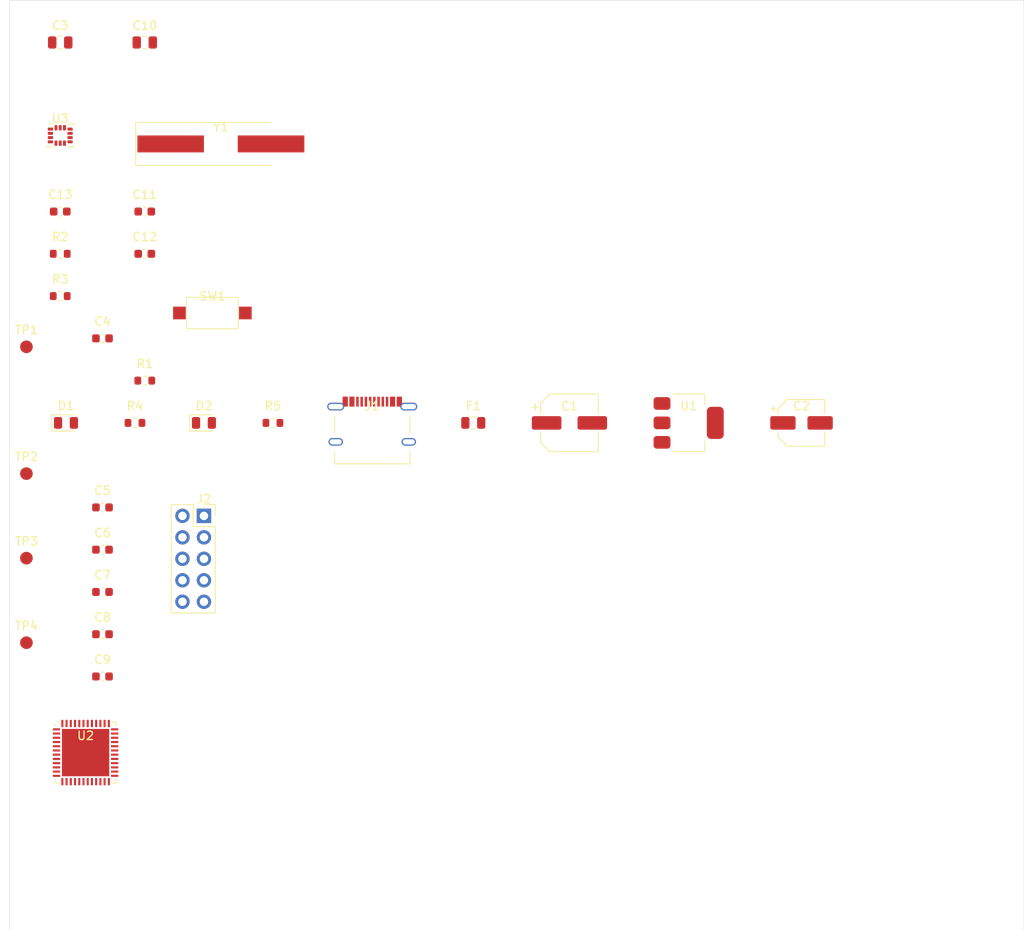
<source format=kicad_pcb>
(kicad_pcb (version 20241229) (generator "pcbnew") (generator_version "9.0")
  (layers (0 "F.Cu" signal) (2 "B.Cu" signal) (13 "F.Paste" user) (15 "B.Paste" user) (5 "F.SilkS" user "F.Silkscreen") (7 "B.SilkS" user "B.Silkscreen") (1 "F.Mask" user) (3 "B.Mask" user) (25 "Edge.Cuts" user))
  (net 0 "")
  (footprint "LED_SMD:LED_0805_2012Metric" (layer "F.Cu") (at 6.68 50.0)
    (property "Reference" "D1" (at 0 -2 0) (layer "F.SilkS") (effects (font (size 1.0 1.0))))
    (property "Value" "PWR_LED_GREEN")
    (fp_line (start -1.685 -0.96) (end -1.685 0.96) (stroke (width 0.12)) (layer "F.SilkS"))
    (fp_line (start -1.685 0.96) (end 1.0 0.96) (stroke (width 0.12)) (layer "F.SilkS"))
    (fp_line (start 1.0 -0.96) (end -1.685 -0.96) (stroke (width 0.12)) (layer "F.SilkS"))
    (pad "1" smd roundrect (at -0.9375 0.0) (size 0.975 1.4) (layers "F.Cu" "F.Mask" "F.Paste"))
    (pad "2" smd roundrect (at 0.9375 0.0) (size 0.975 1.4) (layers "F.Cu" "F.Mask" "F.Paste"))
  )
  (footprint "Resistor_SMD:R_0603_1608Metric" (layer "F.Cu") (at 14.839999999999996 50.0)
    (property "Reference" "R4" (at 0 -2 0) (layer "F.SilkS") (effects (font (size 1.0 1.0))))
    (property "Value" "1k")
    (fp_line (start -0.237258 -0.5225) (end 0.237258 -0.5225) (stroke (width 0.12)) (layer "F.SilkS"))
    (fp_line (start -0.237258 0.5225) (end 0.237258 0.5225) (stroke (width 0.12)) (layer "F.SilkS"))
    (pad "1" smd roundrect (at -0.825 0.0) (size 0.8 0.95) (layers "F.Cu" "F.Mask" "F.Paste"))
    (pad "2" smd roundrect (at 0.825 0.0) (size 0.8 0.95) (layers "F.Cu" "F.Mask" "F.Paste"))
  )
  (footprint "LED_SMD:LED_0805_2012Metric" (layer "F.Cu") (at 22.999999999999993 50.0)
    (property "Reference" "D2" (at 0 -2 0) (layer "F.SilkS") (effects (font (size 1.0 1.0))))
    (property "Value" "USER_LED_BLUE")
    (fp_line (start -1.685 -0.96) (end -1.685 0.96) (stroke (width 0.12)) (layer "F.SilkS"))
    (fp_line (start -1.685 0.96) (end 1.0 0.96) (stroke (width 0.12)) (layer "F.SilkS"))
    (fp_line (start 1.0 -0.96) (end -1.685 -0.96) (stroke (width 0.12)) (layer "F.SilkS"))
    (pad "1" smd roundrect (at -0.9375 0.0) (size 0.975 1.4) (layers "F.Cu" "F.Mask" "F.Paste"))
    (pad "2" smd roundrect (at 0.9375 0.0) (size 0.975 1.4) (layers "F.Cu" "F.Mask" "F.Paste"))
  )
  (footprint "Resistor_SMD:R_0603_1608Metric" (layer "F.Cu") (at 31.15999999999999 50.0)
    (property "Reference" "R5" (at 0 -2 0) (layer "F.SilkS") (effects (font (size 1.0 1.0))))
    (property "Value" "330")
    (fp_line (start -0.237258 -0.5225) (end 0.237258 -0.5225) (stroke (width 0.12)) (layer "F.SilkS"))
    (fp_line (start -0.237258 0.5225) (end 0.237258 0.5225) (stroke (width 0.12)) (layer "F.SilkS"))
    (pad "1" smd roundrect (at -0.825 0.0) (size 0.8 0.95) (layers "F.Cu" "F.Mask" "F.Paste"))
    (pad "2" smd roundrect (at 0.825 0.0) (size 0.8 0.95) (layers "F.Cu" "F.Mask" "F.Paste"))
  )
  (footprint "Connector_USB:USB_C_Receptacle_Palconn_UTC16-G" (layer "F.Cu") (at 42.90999999999998 50.0)
    (property "Reference" "J1" (at 0 -2 0) (layer "F.SilkS") (effects (font (size 1.0 1.0))))
    (property "Value" "USB-C")
    (fp_line (start -4.47 -0.67) (end -4.47 1.13) (stroke (width 0.12)) (layer "F.SilkS"))
    (fp_line (start -4.47 4.84) (end -4.47 3.38) (stroke (width 0.12)) (layer "F.SilkS"))
    (fp_line (start 4.47 -0.67) (end 4.47 1.13) (stroke (width 0.12)) (layer "F.SilkS"))
    (fp_line (start 4.47 4.84) (end -4.47 4.84) (stroke (width 0.12)) (layer "F.SilkS"))
    (fp_line (start 4.47 4.84) (end 4.47 3.38) (stroke (width 0.12)) (layer "F.SilkS"))
    (pad "" np_thru_hole circle (at -2.89 -1.45) (size 0.6 0.6) (layers "*.Cu" "*.Mask") (drill 0.6))
    (pad "" np_thru_hole circle (at 2.89 -1.45) (size 0.6 0.6) (layers "*.Cu" "*.Mask") (drill 0.6))
    (pad "A1" smd rect (at -3.2 -2.51) (size 0.6 1.16) (layers "F.Cu" "F.Mask" "F.Paste"))
    (pad "A4" smd rect (at -2.4 -2.51) (size 0.6 1.16) (layers "F.Cu" "F.Mask" "F.Paste"))
    (pad "A5" smd rect (at -1.25 -2.51) (size 0.3 1.16) (layers "F.Cu" "F.Mask" "F.Paste"))
    (pad "A6" smd rect (at -0.25 -2.51) (size 0.3 1.16) (layers "F.Cu" "F.Mask" "F.Paste"))
    (pad "A7" smd rect (at 0.25 -2.51) (size 0.3 1.16) (layers "F.Cu" "F.Mask" "F.Paste"))
    (pad "A8" smd rect (at 1.25 -2.51) (size 0.3 1.16) (layers "F.Cu" "F.Mask" "F.Paste"))
    (pad "A9" smd rect (at 2.4 -2.51) (size 0.6 1.16) (layers "F.Cu" "F.Mask" "F.Paste"))
    (pad "A12" smd rect (at 3.2 -2.51) (size 0.6 1.16) (layers "F.Cu" "F.Mask" "F.Paste"))
    (pad "B1" smd rect (at 3.2 -2.51) (size 0.6 1.16) (layers "F.Cu" "F.Mask" "F.Paste"))
    (pad "B4" smd rect (at 2.4 -2.51) (size 0.6 1.16) (layers "F.Cu" "F.Mask" "F.Paste"))
    (pad "B5" smd rect (at 1.75 -2.51) (size 0.3 1.16) (layers "F.Cu" "F.Mask" "F.Paste"))
    (pad "B6" smd rect (at 0.75 -2.51) (size 0.3 1.16) (layers "F.Cu" "F.Mask" "F.Paste"))
    (pad "B7" smd rect (at -0.75 -2.51) (size 0.3 1.16) (layers "F.Cu" "F.Mask" "F.Paste"))
    (pad "B8" smd rect (at -1.75 -2.51) (size 0.3 1.16) (layers "F.Cu" "F.Mask" "F.Paste"))
    (pad "B9" smd rect (at -2.4 -2.51) (size 0.6 1.16) (layers "F.Cu" "F.Mask" "F.Paste"))
    (pad "B12" smd rect (at -3.2 -2.51) (size 0.6 1.16) (layers "F.Cu" "F.Mask" "F.Paste"))
    (pad "S1" thru_hole oval (at -4.32 -1.93) (size 2.0 0.9) (layers "*.Cu" "*.Mask") (drill oval 1.7 0.6) (property pad_prop_heatsink))
    (pad "S1" thru_hole oval (at -4.32 2.24) (size 1.7 0.9) (layers "*.Cu" "*.Mask") (drill oval 1.4 0.6) (property pad_prop_heatsink))
    (pad "S1" thru_hole oval (at 4.32 -1.93) (size 2.0 0.9) (layers "*.Cu" "*.Mask") (drill oval 1.7 0.6) (property pad_prop_heatsink))
    (pad "S1" thru_hole oval (at 4.32 2.24) (size 1.7 0.9) (layers "*.Cu" "*.Mask") (drill oval 1.4 0.6) (property pad_prop_heatsink))
  )
  (footprint "Fuse:Fuse_0805_2012Metric" (layer "F.Cu") (at 54.85999999999998 50.0)
    (property "Reference" "F1" (at 0 -2 0) (layer "F.SilkS") (effects (font (size 1.0 1.0))))
    (property "Value" "500mA")
    (fp_line (start -0.258578 -0.71) (end 0.258578 -0.71) (stroke (width 0.12)) (layer "F.SilkS"))
    (fp_line (start -0.258578 0.71) (end 0.258578 0.71) (stroke (width 0.12)) (layer "F.SilkS"))
    (pad "1" smd roundrect (at -0.9375 0.0) (size 0.975 1.4) (layers "F.Cu" "F.Mask" "F.Paste"))
    (pad "2" smd roundrect (at 0.9375 0.0) (size 0.975 1.4) (layers "F.Cu" "F.Mask" "F.Paste"))
  )
  (footprint "Capacitor_SMD:CP_Elec_6.3x7.7" (layer "F.Cu") (at 66.23999999999998 50.0)
    (property "Reference" "C1" (at 0 -2 0) (layer "F.SilkS") (effects (font (size 1.0 1.0))))
    (property "Value" "220uF")
    (fp_line (start -4.4375 -1.8475) (end -3.65 -1.8475) (stroke (width 0.12)) (layer "F.SilkS"))
    (fp_line (start -4.04375 -2.24125) (end -4.04375 -1.45375) (stroke (width 0.12)) (layer "F.SilkS"))
    (fp_line (start -3.41 -2.345563) (end -3.41 -1.06) (stroke (width 0.12)) (layer "F.SilkS"))
    (fp_line (start -3.41 -2.345563) (end -2.345563 -3.41) (stroke (width 0.12)) (layer "F.SilkS"))
    (fp_line (start -3.41 2.345563) (end -3.41 1.06) (stroke (width 0.12)) (layer "F.SilkS"))
    (fp_line (start -3.41 2.345563) (end -2.345563 3.41) (stroke (width 0.12)) (layer "F.SilkS"))
    (fp_line (start -2.345563 -3.41) (end 3.41 -3.41) (stroke (width 0.12)) (layer "F.SilkS"))
    (fp_line (start -2.345563 3.41) (end 3.41 3.41) (stroke (width 0.12)) (layer "F.SilkS"))
    (fp_line (start 3.41 -3.41) (end 3.41 -1.06) (stroke (width 0.12)) (layer "F.SilkS"))
    (fp_line (start 3.41 3.41) (end 3.41 1.06) (stroke (width 0.12)) (layer "F.SilkS"))
    (pad "1" smd roundrect (at -2.7 0.0) (size 3.5 1.6) (layers "F.Cu" "F.Mask" "F.Paste") (roundrect_rratio 0.15625))
    (pad "2" smd roundrect (at 2.7 0.0) (size 3.5 1.6) (layers "F.Cu" "F.Mask" "F.Paste") (roundrect_rratio 0.15625))
  )
  (footprint "Package_TO_SOT_SMD:SOT-223-3_TabPin2" (layer "F.Cu") (at 80.33999999999997 50.0)
    (property "Reference" "U1" (at 0 -2 0) (layer "F.SilkS") (effects (font (size 1.0 1.0))))
    (property "Value" "AMS1117-3.3")
    (fp_line (start -1.85 -3.41) (end 1.91 -3.41) (stroke (width 0.12)) (layer "F.SilkS"))
    (fp_line (start -1.85 3.41) (end 1.91 3.41) (stroke (width 0.12)) (layer "F.SilkS"))
    (fp_line (start 1.91 -3.41) (end 1.91 -2.15) (stroke (width 0.12)) (layer "F.SilkS"))
    (fp_line (start 1.91 3.41) (end 1.91 2.15) (stroke (width 0.12)) (layer "F.SilkS"))
    (pad "1" smd roundrect (at -3.15 -2.3) (size 2.0 1.5) (layers "F.Cu" "F.Mask" "F.Paste"))
    (pad "2" smd roundrect (at -3.15 0.0) (size 2.0 1.5) (layers "F.Cu" "F.Mask" "F.Paste"))
    (pad "2" smd roundrect (at 3.15 0.0) (size 2.0 3.8) (layers "F.Cu" "F.Mask" "F.Paste"))
    (pad "3" smd roundrect (at -3.15 2.3) (size 2.0 1.5) (layers "F.Cu" "F.Mask" "F.Paste"))
  )
  (footprint "Capacitor_SMD:CP_Elec_5x5.3" (layer "F.Cu") (at 93.68999999999998 50.0)
    (property "Reference" "C2" (at 0 -2 0) (layer "F.SilkS") (effects (font (size 1.0 1.0))))
    (property "Value" "100uF")
    (fp_line (start -3.625 -1.685) (end -3.0 -1.685) (stroke (width 0.12)) (layer "F.SilkS"))
    (fp_line (start -3.3125 -1.9975) (end -3.3125 -1.3725) (stroke (width 0.12)) (layer "F.SilkS"))
    (fp_line (start -2.76 -1.695563) (end -2.76 -1.06) (stroke (width 0.12)) (layer "F.SilkS"))
    (fp_line (start -2.76 -1.695563) (end -1.695563 -2.76) (stroke (width 0.12)) (layer "F.SilkS"))
    (fp_line (start -2.76 1.695563) (end -2.76 1.06) (stroke (width 0.12)) (layer "F.SilkS"))
    (fp_line (start -2.76 1.695563) (end -1.695563 2.76) (stroke (width 0.12)) (layer "F.SilkS"))
    (fp_line (start -1.695563 -2.76) (end 2.76 -2.76) (stroke (width 0.12)) (layer "F.SilkS"))
    (fp_line (start -1.695563 2.76) (end 2.76 2.76) (stroke (width 0.12)) (layer "F.SilkS"))
    (fp_line (start 2.76 -2.76) (end 2.76 -1.06) (stroke (width 0.12)) (layer "F.SilkS"))
    (fp_line (start 2.76 2.76) (end 2.76 1.06) (stroke (width 0.12)) (layer "F.SilkS"))
    (pad "1" smd roundrect (at -2.2 0.0) (size 3.0 1.6) (layers "F.Cu" "F.Mask" "F.Paste") (roundrect_rratio 0.15625))
    (pad "2" smd roundrect (at 2.2 0.0) (size 3.0 1.6) (layers "F.Cu" "F.Mask" "F.Paste") (roundrect_rratio 0.15625))
  )
  (footprint "Capacitor_SMD:C_0805_2012Metric" (layer "F.Cu") (at 6.0 5.0)
    (property "Reference" "C3" (at 0 -2 0) (layer "F.SilkS") (effects (font (size 1.0 1.0))))
    (property "Value" "100nF")
    (fp_line (start -0.261252 -0.735) (end 0.261252 -0.735) (stroke (width 0.12)) (layer "F.SilkS"))
    (fp_line (start -0.261252 0.735) (end 0.261252 0.735) (stroke (width 0.12)) (layer "F.SilkS"))
    (pad "1" smd roundrect (at -0.95 0.0) (size 1.0 1.45) (layers "F.Cu" "F.Mask" "F.Paste"))
    (pad "2" smd roundrect (at 0.95 0.0) (size 1.0 1.45) (layers "F.Cu" "F.Mask" "F.Paste"))
  )
  (footprint "Package_LGA:LGA-14_3x2.5mm_P0.5mm_LayoutBorder3x4y" (layer "F.Cu") (at 6.0 16.0)
    (property "Reference" "U3" (at 0 -2 0) (layer "F.SilkS") (effects (font (size 1.0 1.0))))
    (property "Value" "LSM6DSL")
    (fp_line (start -1.61 1.36) (end -1.61 1.185) (stroke (width 0.12)) (layer "F.SilkS"))
    (fp_line (start -0.935 -1.36) (end -1.31 -1.36) (stroke (width 0.12)) (layer "F.SilkS"))
    (fp_line (start -0.935 1.36) (end -1.61 1.36) (stroke (width 0.12)) (layer "F.SilkS"))
    (fp_line (start 0.935 -1.36) (end 1.61 -1.36) (stroke (width 0.12)) (layer "F.SilkS"))
    (fp_line (start 0.935 1.36) (end 1.61 1.36) (stroke (width 0.12)) (layer "F.SilkS"))
    (fp_line (start 1.61 -1.36) (end 1.61 -1.185) (stroke (width 0.12)) (layer "F.SilkS"))
    (fp_line (start 1.61 1.36) (end 1.61 1.185) (stroke (width 0.12)) (layer "F.SilkS"))
    (pad "1" smd roundrect (at -1.1625 -0.75) (size 0.625 0.35) (layers "F.Cu" "F.Paste" "F.Mask"))
    (pad "2" smd roundrect (at -1.1625 -0.25) (size 0.625 0.35) (layers "F.Cu" "F.Paste" "F.Mask"))
    (pad "3" smd roundrect (at -1.1625 0.25) (size 0.625 0.35) (layers "F.Cu" "F.Paste" "F.Mask"))
    (pad "4" smd roundrect (at -1.1625 0.75) (size 0.625 0.35) (layers "F.Cu" "F.Paste" "F.Mask"))
    (pad "5" smd roundrect (at -0.5 0.9125) (size 0.35 0.625) (layers "F.Cu" "F.Paste" "F.Mask"))
    (pad "6" smd roundrect (at 0.0 0.9125) (size 0.35 0.625) (layers "F.Cu" "F.Paste" "F.Mask"))
    (pad "7" smd roundrect (at 0.5 0.9125) (size 0.35 0.625) (layers "F.Cu" "F.Paste" "F.Mask"))
    (pad "8" smd roundrect (at 1.1625 0.75) (size 0.625 0.35) (layers "F.Cu" "F.Paste" "F.Mask"))
    (pad "9" smd roundrect (at 1.1625 0.25) (size 0.625 0.35) (layers "F.Cu" "F.Paste" "F.Mask"))
    (pad "10" smd roundrect (at 1.1625 -0.25) (size 0.625 0.35) (layers "F.Cu" "F.Paste" "F.Mask"))
    (pad "11" smd roundrect (at 1.1625 -0.75) (size 0.625 0.35) (layers "F.Cu" "F.Paste" "F.Mask"))
    (pad "12" smd roundrect (at 0.5 -0.9125) (size 0.35 0.625) (layers "F.Cu" "F.Paste" "F.Mask"))
    (pad "13" smd roundrect (at 0.0 -0.9125) (size 0.35 0.625) (layers "F.Cu" "F.Paste" "F.Mask"))
    (pad "14" smd roundrect (at -0.5 -0.9125) (size 0.35 0.625) (layers "F.Cu" "F.Paste" "F.Mask"))
  )
  (footprint "Capacitor_SMD:C_0603_1608Metric" (layer "F.Cu") (at 6.0 25.0)
    (property "Reference" "C13" (at 0 -2 0) (layer "F.SilkS") (effects (font (size 1.0 1.0))))
    (property "Value" "100nF")
    (fp_line (start -0.14058 -0.51) (end 0.14058 -0.51) (stroke (width 0.12)) (layer "F.SilkS"))
    (fp_line (start -0.14058 0.51) (end 0.14058 0.51) (stroke (width 0.12)) (layer "F.SilkS"))
    (pad "1" smd roundrect (at -0.775 0.0) (size 0.9 0.95) (layers "F.Cu" "F.Mask" "F.Paste"))
    (pad "2" smd roundrect (at 0.775 0.0) (size 0.9 0.95) (layers "F.Cu" "F.Mask" "F.Paste"))
  )
  (footprint "Resistor_SMD:R_0603_1608Metric" (layer "F.Cu") (at 6.0 30.0)
    (property "Reference" "R2" (at 0 -2 0) (layer "F.SilkS") (effects (font (size 1.0 1.0))))
    (property "Value" "4.7k")
    (fp_line (start -0.237258 -0.5225) (end 0.237258 -0.5225) (stroke (width 0.12)) (layer "F.SilkS"))
    (fp_line (start -0.237258 0.5225) (end 0.237258 0.5225) (stroke (width 0.12)) (layer "F.SilkS"))
    (pad "1" smd roundrect (at -0.825 0.0) (size 0.8 0.95) (layers "F.Cu" "F.Mask" "F.Paste"))
    (pad "2" smd roundrect (at 0.825 0.0) (size 0.8 0.95) (layers "F.Cu" "F.Mask" "F.Paste"))
  )
  (footprint "Resistor_SMD:R_0603_1608Metric" (layer "F.Cu") (at 6.0 35.0)
    (property "Reference" "R3" (at 0 -2 0) (layer "F.SilkS") (effects (font (size 1.0 1.0))))
    (property "Value" "4.7k")
    (fp_line (start -0.237258 -0.5225) (end 0.237258 -0.5225) (stroke (width 0.12)) (layer "F.SilkS"))
    (fp_line (start -0.237258 0.5225) (end 0.237258 0.5225) (stroke (width 0.12)) (layer "F.SilkS"))
    (pad "1" smd roundrect (at -0.825 0.0) (size 0.8 0.95) (layers "F.Cu" "F.Mask" "F.Paste"))
    (pad "2" smd roundrect (at 0.825 0.0) (size 0.8 0.95) (layers "F.Cu" "F.Mask" "F.Paste"))
  )
  (footprint "TestPoint:TestPoint_Pad_D1.5mm" (layer "F.Cu") (at 2.0 41.0)
    (property "Reference" "TP1" (at 0 -2 0) (layer "F.SilkS") (effects (font (size 1.0 1.0))))
    (property "Value" "3V3")
    (pad "1" smd circle (size 1.5 1.5) (layers "F.Cu" "F.Mask"))
  )
  (footprint "TestPoint:TestPoint_Pad_D1.5mm" (layer "F.Cu") (at 2.0 56.0)
    (property "Reference" "TP2" (at 0 -2 0) (layer "F.SilkS") (effects (font (size 1.0 1.0))))
    (property "Value" "GND")
    (pad "1" smd circle (size 1.5 1.5) (layers "F.Cu" "F.Mask"))
  )
  (footprint "TestPoint:TestPoint_Pad_D1.5mm" (layer "F.Cu") (at 2.0 66.0)
    (property "Reference" "TP3" (at 0 -2 0) (layer "F.SilkS") (effects (font (size 1.0 1.0))))
    (property "Value" "I2C_SCL")
    (pad "1" smd circle (size 1.5 1.5) (layers "F.Cu" "F.Mask"))
  )
  (footprint "TestPoint:TestPoint_Pad_D1.5mm" (layer "F.Cu") (at 2.0 76.0)
    (property "Reference" "TP4" (at 0 -2 0) (layer "F.SilkS") (effects (font (size 1.0 1.0))))
    (property "Value" "I2C_SDA")
    (pad "1" smd circle (size 1.5 1.5) (layers "F.Cu" "F.Mask"))
  )
  (footprint "Package_DFN_QFN:QFN-48-1EP_7x7mm_P0.5mm_EP5.6x5.6mm" (layer "F.Cu") (at 9.0 89.0)
    (property "Reference" "U2" (at 0 -2 0) (layer "F.SilkS") (effects (font (size 1.0 1.0))))
    (property "Value" "STM32G431CBU6")
    (fp_line (start -3.61 -3.135) (end -3.61 -3.37) (stroke (width 0.12)) (layer "F.SilkS"))
    (fp_line (start -3.61 3.61) (end -3.61 3.135) (stroke (width 0.12)) (layer "F.SilkS"))
    (fp_line (start -3.135 -3.61) (end -3.31 -3.61) (stroke (width 0.12)) (layer "F.SilkS"))
    (fp_line (start -3.135 3.61) (end -3.61 3.61) (stroke (width 0.12)) (layer "F.SilkS"))
    (fp_line (start 3.135 -3.61) (end 3.61 -3.61) (stroke (width 0.12)) (layer "F.SilkS"))
    (fp_line (start 3.135 3.61) (end 3.61 3.61) (stroke (width 0.12)) (layer "F.SilkS"))
    (fp_line (start 3.61 -3.61) (end 3.61 -3.135) (stroke (width 0.12)) (layer "F.SilkS"))
    (fp_line (start 3.61 3.61) (end 3.61 3.135) (stroke (width 0.12)) (layer "F.SilkS"))
    (pad "1" smd roundrect (at -3.4375 -2.75) (size 0.875 0.25) (layers "F.Cu" "F.Paste" "F.Mask"))
    (pad "2" smd roundrect (at -3.4375 -2.25) (size 0.875 0.25) (layers "F.Cu" "F.Paste" "F.Mask"))
    (pad "3" smd roundrect (at -3.4375 -1.75) (size 0.875 0.25) (layers "F.Cu" "F.Paste" "F.Mask"))
    (pad "4" smd roundrect (at -3.4375 -1.25) (size 0.875 0.25) (layers "F.Cu" "F.Paste" "F.Mask"))
    (pad "5" smd roundrect (at -3.4375 -0.75) (size 0.875 0.25) (layers "F.Cu" "F.Paste" "F.Mask"))
    (pad "6" smd roundrect (at -3.4375 -0.25) (size 0.875 0.25) (layers "F.Cu" "F.Paste" "F.Mask"))
    (pad "7" smd roundrect (at -3.4375 0.25) (size 0.875 0.25) (layers "F.Cu" "F.Paste" "F.Mask"))
    (pad "8" smd roundrect (at -3.4375 0.75) (size 0.875 0.25) (layers "F.Cu" "F.Paste" "F.Mask"))
    (pad "9" smd roundrect (at -3.4375 1.25) (size 0.875 0.25) (layers "F.Cu" "F.Paste" "F.Mask"))
    (pad "10" smd roundrect (at -3.4375 1.75) (size 0.875 0.25) (layers "F.Cu" "F.Paste" "F.Mask"))
    (pad "11" smd roundrect (at -3.4375 2.25) (size 0.875 0.25) (layers "F.Cu" "F.Paste" "F.Mask"))
    (pad "12" smd roundrect (at -3.4375 2.75) (size 0.875 0.25) (layers "F.Cu" "F.Paste" "F.Mask"))
    (pad "13" smd roundrect (at -2.75 3.4375) (size 0.25 0.875) (layers "F.Cu" "F.Paste" "F.Mask"))
    (pad "14" smd roundrect (at -2.25 3.4375) (size 0.25 0.875) (layers "F.Cu" "F.Paste" "F.Mask"))
    (pad "15" smd roundrect (at -1.75 3.4375) (size 0.25 0.875) (layers "F.Cu" "F.Paste" "F.Mask"))
    (pad "16" smd roundrect (at -1.25 3.4375) (size 0.25 0.875) (layers "F.Cu" "F.Paste" "F.Mask"))
    (pad "17" smd roundrect (at -0.75 3.4375) (size 0.25 0.875) (layers "F.Cu" "F.Paste" "F.Mask"))
    (pad "18" smd roundrect (at -0.25 3.4375) (size 0.25 0.875) (layers "F.Cu" "F.Paste" "F.Mask"))
    (pad "19" smd roundrect (at 0.25 3.4375) (size 0.25 0.875) (layers "F.Cu" "F.Paste" "F.Mask"))
    (pad "20" smd roundrect (at 0.75 3.4375) (size 0.25 0.875) (layers "F.Cu" "F.Paste" "F.Mask"))
    (pad "21" smd roundrect (at 1.25 3.4375) (size 0.25 0.875) (layers "F.Cu" "F.Paste" "F.Mask"))
    (pad "22" smd roundrect (at 1.75 3.4375) (size 0.25 0.875) (layers "F.Cu" "F.Paste" "F.Mask"))
    (pad "23" smd roundrect (at 2.25 3.4375) (size 0.25 0.875) (layers "F.Cu" "F.Paste" "F.Mask"))
    (pad "24" smd roundrect (at 2.75 3.4375) (size 0.25 0.875) (layers "F.Cu" "F.Paste" "F.Mask"))
    (pad "25" smd roundrect (at 3.4375 2.75) (size 0.875 0.25) (layers "F.Cu" "F.Paste" "F.Mask"))
    (pad "26" smd roundrect (at 3.4375 2.25) (size 0.875 0.25) (layers "F.Cu" "F.Paste" "F.Mask"))
    (pad "27" smd roundrect (at 3.4375 1.75) (size 0.875 0.25) (layers "F.Cu" "F.Paste" "F.Mask"))
    (pad "28" smd roundrect (at 3.4375 1.25) (size 0.875 0.25) (layers "F.Cu" "F.Paste" "F.Mask"))
    (pad "29" smd roundrect (at 3.4375 0.75) (size 0.875 0.25) (layers "F.Cu" "F.Paste" "F.Mask"))
    (pad "30" smd roundrect (at 3.4375 0.25) (size 0.875 0.25) (layers "F.Cu" "F.Paste" "F.Mask"))
    (pad "31" smd roundrect (at 3.4375 -0.25) (size 0.875 0.25) (layers "F.Cu" "F.Paste" "F.Mask"))
    (pad "32" smd roundrect (at 3.4375 -0.75) (size 0.875 0.25) (layers "F.Cu" "F.Paste" "F.Mask"))
    (pad "33" smd roundrect (at 3.4375 -1.25) (size 0.875 0.25) (layers "F.Cu" "F.Paste" "F.Mask"))
    (pad "34" smd roundrect (at 3.4375 -1.75) (size 0.875 0.25) (layers "F.Cu" "F.Paste" "F.Mask"))
    (pad "35" smd roundrect (at 3.4375 -2.25) (size 0.875 0.25) (layers "F.Cu" "F.Paste" "F.Mask"))
    (pad "36" smd roundrect (at 3.4375 -2.75) (size 0.875 0.25) (layers "F.Cu" "F.Paste" "F.Mask"))
    (pad "37" smd roundrect (at 2.75 -3.4375) (size 0.25 0.875) (layers "F.Cu" "F.Paste" "F.Mask"))
    (pad "38" smd roundrect (at 2.25 -3.4375) (size 0.25 0.875) (layers "F.Cu" "F.Paste" "F.Mask"))
    (pad "39" smd roundrect (at 1.75 -3.4375) (size 0.25 0.875) (layers "F.Cu" "F.Paste" "F.Mask"))
    (pad "40" smd roundrect (at 1.25 -3.4375) (size 0.25 0.875) (layers "F.Cu" "F.Paste" "F.Mask"))
    (pad "41" smd roundrect (at 0.75 -3.4375) (size 0.25 0.875) (layers "F.Cu" "F.Paste" "F.Mask"))
    (pad "42" smd roundrect (at 0.25 -3.4375) (size 0.25 0.875) (layers "F.Cu" "F.Paste" "F.Mask"))
    (pad "43" smd roundrect (at -0.25 -3.4375) (size 0.25 0.875) (layers "F.Cu" "F.Paste" "F.Mask"))
    (pad "44" smd roundrect (at -0.75 -3.4375) (size 0.25 0.875) (layers "F.Cu" "F.Paste" "F.Mask"))
    (pad "45" smd roundrect (at -1.25 -3.4375) (size 0.25 0.875) (layers "F.Cu" "F.Paste" "F.Mask"))
    (pad "46" smd roundrect (at -1.75 -3.4375) (size 0.25 0.875) (layers "F.Cu" "F.Paste" "F.Mask"))
    (pad "47" smd roundrect (at -2.25 -3.4375) (size 0.25 0.875) (layers "F.Cu" "F.Paste" "F.Mask"))
    (pad "48" smd roundrect (at -2.75 -3.4375) (size 0.25 0.875) (layers "F.Cu" "F.Paste" "F.Mask"))
    (pad "49" smd rect (size 5.6 5.6) (layers "F.Cu" "F.Mask") (property pad_prop_heatsink))
  )
  (footprint "Capacitor_SMD:C_0603_1608Metric" (layer "F.Cu") (at 11.0 40.0)
    (property "Reference" "C4" (at 0 -2 0) (layer "F.SilkS") (effects (font (size 1.0 1.0))))
    (property "Value" "100nF")
    (fp_line (start -0.14058 -0.51) (end 0.14058 -0.51) (stroke (width 0.12)) (layer "F.SilkS"))
    (fp_line (start -0.14058 0.51) (end 0.14058 0.51) (stroke (width 0.12)) (layer "F.SilkS"))
    (pad "1" smd roundrect (at -0.775 0.0) (size 0.9 0.95) (layers "F.Cu" "F.Mask" "F.Paste"))
    (pad "2" smd roundrect (at 0.775 0.0) (size 0.9 0.95) (layers "F.Cu" "F.Mask" "F.Paste"))
  )
  (footprint "Capacitor_SMD:C_0603_1608Metric" (layer "F.Cu") (at 11.0 60.0)
    (property "Reference" "C5" (at 0 -2 0) (layer "F.SilkS") (effects (font (size 1.0 1.0))))
    (property "Value" "100nF")
    (fp_line (start -0.14058 -0.51) (end 0.14058 -0.51) (stroke (width 0.12)) (layer "F.SilkS"))
    (fp_line (start -0.14058 0.51) (end 0.14058 0.51) (stroke (width 0.12)) (layer "F.SilkS"))
    (pad "1" smd roundrect (at -0.775 0.0) (size 0.9 0.95) (layers "F.Cu" "F.Mask" "F.Paste"))
    (pad "2" smd roundrect (at 0.775 0.0) (size 0.9 0.95) (layers "F.Cu" "F.Mask" "F.Paste"))
  )
  (footprint "Capacitor_SMD:C_0603_1608Metric" (layer "F.Cu") (at 11.0 65.0)
    (property "Reference" "C6" (at 0 -2 0) (layer "F.SilkS") (effects (font (size 1.0 1.0))))
    (property "Value" "100nF")
    (fp_line (start -0.14058 -0.51) (end 0.14058 -0.51) (stroke (width 0.12)) (layer "F.SilkS"))
    (fp_line (start -0.14058 0.51) (end 0.14058 0.51) (stroke (width 0.12)) (layer "F.SilkS"))
    (pad "1" smd roundrect (at -0.775 0.0) (size 0.9 0.95) (layers "F.Cu" "F.Mask" "F.Paste"))
    (pad "2" smd roundrect (at 0.775 0.0) (size 0.9 0.95) (layers "F.Cu" "F.Mask" "F.Paste"))
  )
  (footprint "Capacitor_SMD:C_0603_1608Metric" (layer "F.Cu") (at 11.0 70.0)
    (property "Reference" "C7" (at 0 -2 0) (layer "F.SilkS") (effects (font (size 1.0 1.0))))
    (property "Value" "100nF")
    (fp_line (start -0.14058 -0.51) (end 0.14058 -0.51) (stroke (width 0.12)) (layer "F.SilkS"))
    (fp_line (start -0.14058 0.51) (end 0.14058 0.51) (stroke (width 0.12)) (layer "F.SilkS"))
    (pad "1" smd roundrect (at -0.775 0.0) (size 0.9 0.95) (layers "F.Cu" "F.Mask" "F.Paste"))
    (pad "2" smd roundrect (at 0.775 0.0) (size 0.9 0.95) (layers "F.Cu" "F.Mask" "F.Paste"))
  )
  (footprint "Capacitor_SMD:C_0603_1608Metric" (layer "F.Cu") (at 11.0 75.0)
    (property "Reference" "C8" (at 0 -2 0) (layer "F.SilkS") (effects (font (size 1.0 1.0))))
    (property "Value" "100nF")
    (fp_line (start -0.14058 -0.51) (end 0.14058 -0.51) (stroke (width 0.12)) (layer "F.SilkS"))
    (fp_line (start -0.14058 0.51) (end 0.14058 0.51) (stroke (width 0.12)) (layer "F.SilkS"))
    (pad "1" smd roundrect (at -0.775 0.0) (size 0.9 0.95) (layers "F.Cu" "F.Mask" "F.Paste"))
    (pad "2" smd roundrect (at 0.775 0.0) (size 0.9 0.95) (layers "F.Cu" "F.Mask" "F.Paste"))
  )
  (footprint "Capacitor_SMD:C_0603_1608Metric" (layer "F.Cu") (at 11.0 80.0)
    (property "Reference" "C9" (at 0 -2 0) (layer "F.SilkS") (effects (font (size 1.0 1.0))))
    (property "Value" "100nF")
    (fp_line (start -0.14058 -0.51) (end 0.14058 -0.51) (stroke (width 0.12)) (layer "F.SilkS"))
    (fp_line (start -0.14058 0.51) (end 0.14058 0.51) (stroke (width 0.12)) (layer "F.SilkS"))
    (pad "1" smd roundrect (at -0.775 0.0) (size 0.9 0.95) (layers "F.Cu" "F.Mask" "F.Paste"))
    (pad "2" smd roundrect (at 0.775 0.0) (size 0.9 0.95) (layers "F.Cu" "F.Mask" "F.Paste"))
  )
  (footprint "Capacitor_SMD:C_0805_2012Metric" (layer "F.Cu") (at 16.0 5.0)
    (property "Reference" "C10" (at 0 -2 0) (layer "F.SilkS") (effects (font (size 1.0 1.0))))
    (property "Value" "10uF")
    (fp_line (start -0.261252 -0.735) (end 0.261252 -0.735) (stroke (width 0.12)) (layer "F.SilkS"))
    (fp_line (start -0.261252 0.735) (end 0.261252 0.735) (stroke (width 0.12)) (layer "F.SilkS"))
    (pad "1" smd roundrect (at -0.95 0.0) (size 1.0 1.45) (layers "F.Cu" "F.Mask" "F.Paste"))
    (pad "2" smd roundrect (at 0.95 0.0) (size 1.0 1.45) (layers "F.Cu" "F.Mask" "F.Paste"))
  )
  (footprint "Crystal:Crystal_SMD_HC49-SD_HandSoldering" (layer "F.Cu") (at 25.0 17.0)
    (property "Reference" "Y1" (at 0 -2 0) (layer "F.SilkS") (effects (font (size 1.0 1.0))))
    (property "Value" "8MHz")
    (fp_line (start -10.075 -2.55) (end -10.075 2.55) (stroke (width 0.12)) (layer "F.SilkS"))
    (fp_line (start -10.075 2.55) (end 5.9 2.55) (stroke (width 0.12)) (layer "F.SilkS"))
    (fp_line (start 5.9 -2.55) (end -10.075 -2.55) (stroke (width 0.12)) (layer "F.SilkS"))
    (pad "1" smd rect (at -5.9375 0.0) (size 7.875 2.0) (layers "F.Cu" "F.Mask" "F.Paste"))
    (pad "2" smd rect (at 5.9375 0.0) (size 7.875 2.0) (layers "F.Cu" "F.Mask" "F.Paste"))
  )
  (footprint "Capacitor_SMD:C_0603_1608Metric" (layer "F.Cu") (at 16.0 25.0)
    (property "Reference" "C11" (at 0 -2 0) (layer "F.SilkS") (effects (font (size 1.0 1.0))))
    (property "Value" "18pF")
    (fp_line (start -0.14058 -0.51) (end 0.14058 -0.51) (stroke (width 0.12)) (layer "F.SilkS"))
    (fp_line (start -0.14058 0.51) (end 0.14058 0.51) (stroke (width 0.12)) (layer "F.SilkS"))
    (pad "1" smd roundrect (at -0.775 0.0) (size 0.9 0.95) (layers "F.Cu" "F.Mask" "F.Paste"))
    (pad "2" smd roundrect (at 0.775 0.0) (size 0.9 0.95) (layers "F.Cu" "F.Mask" "F.Paste"))
  )
  (footprint "Capacitor_SMD:C_0603_1608Metric" (layer "F.Cu") (at 16.0 30.0)
    (property "Reference" "C12" (at 0 -2 0) (layer "F.SilkS") (effects (font (size 1.0 1.0))))
    (property "Value" "18pF")
    (fp_line (start -0.14058 -0.51) (end 0.14058 -0.51) (stroke (width 0.12)) (layer "F.SilkS"))
    (fp_line (start -0.14058 0.51) (end 0.14058 0.51) (stroke (width 0.12)) (layer "F.SilkS"))
    (pad "1" smd roundrect (at -0.775 0.0) (size 0.9 0.95) (layers "F.Cu" "F.Mask" "F.Paste"))
    (pad "2" smd roundrect (at 0.775 0.0) (size 0.9 0.95) (layers "F.Cu" "F.Mask" "F.Paste"))
  )
  (footprint "Button_Switch_SMD:SW_SPST_CK_RS282G05A3" (layer "F.Cu") (at 24.0 37.0)
    (property "Reference" "SW1" (at 0 -2 0) (layer "F.SilkS") (effects (font (size 1.0 1.0))))
    (property "Value" "RESET")
    (fp_line (start -3.06 -1.85) (end 3.06 -1.85) (stroke (width 0.12)) (layer "F.SilkS"))
    (fp_line (start -3.06 1.85) (end -3.06 -1.85) (stroke (width 0.12)) (layer "F.SilkS"))
    (fp_line (start 3.06 -1.85) (end 3.06 1.85) (stroke (width 0.12)) (layer "F.SilkS"))
    (fp_line (start 3.06 1.85) (end -3.06 1.85) (stroke (width 0.12)) (layer "F.SilkS"))
    (pad "1" smd rect (at -3.9 0.0) (size 1.5 1.5) (layers "F.Cu" "F.Mask" "F.Paste"))
    (pad "2" smd rect (at 3.9 0.0) (size 1.5 1.5) (layers "F.Cu" "F.Mask" "F.Paste"))
  )
  (footprint "Resistor_SMD:R_0603_1608Metric" (layer "F.Cu") (at 16.0 45.0)
    (property "Reference" "R1" (at 0 -2 0) (layer "F.SilkS") (effects (font (size 1.0 1.0))))
    (property "Value" "10k")
    (fp_line (start -0.237258 -0.5225) (end 0.237258 -0.5225) (stroke (width 0.12)) (layer "F.SilkS"))
    (fp_line (start -0.237258 0.5225) (end 0.237258 0.5225) (stroke (width 0.12)) (layer "F.SilkS"))
    (pad "1" smd roundrect (at -0.825 0.0) (size 0.8 0.95) (layers "F.Cu" "F.Mask" "F.Paste"))
    (pad "2" smd roundrect (at 0.825 0.0) (size 0.8 0.95) (layers "F.Cu" "F.Mask" "F.Paste"))
  )
  (footprint "Connector_PinSocket_2.54mm:PinSocket_2x05_P2.54mm_Vertical" (layer "F.Cu") (at 23.0 61.0)
    (property "Reference" "J2" (at 0 -2 0) (layer "F.SilkS") (effects (font (size 1.0 1.0))))
    (property "Value" "SWD")
    (fp_line (start -3.87 -1.33) (end -3.87 11.49) (stroke (width 0.12)) (layer "F.SilkS"))
    (fp_line (start -3.87 -1.33) (end -1.27 -1.33) (stroke (width 0.12)) (layer "F.SilkS"))
    (fp_line (start -3.87 11.49) (end 1.33 11.49) (stroke (width 0.12)) (layer "F.SilkS"))
    (fp_line (start -1.27 -1.33) (end -1.27 1.27) (stroke (width 0.12)) (layer "F.SilkS"))
    (fp_line (start -1.27 1.27) (end 1.33 1.27) (stroke (width 0.12)) (layer "F.SilkS"))
    (fp_line (start 0.0 -1.33) (end 1.33 -1.33) (stroke (width 0.12)) (layer "F.SilkS"))
    (fp_line (start 1.33 -1.33) (end 1.33 0.0) (stroke (width 0.12)) (layer "F.SilkS"))
    (fp_line (start 1.33 1.27) (end 1.33 11.49) (stroke (width 0.12)) (layer "F.SilkS"))
    (pad "1" thru_hole rect (size 1.7 1.7) (layers "*.Cu" "*.Mask") (drill 1.0))
    (pad "2" thru_hole oval (at -2.54 0.0) (size 1.7 1.7) (layers "*.Cu" "*.Mask") (drill 1.0))
    (pad "3" thru_hole oval (at 0.0 2.54) (size 1.7 1.7) (layers "*.Cu" "*.Mask") (drill 1.0))
    (pad "4" thru_hole oval (at -2.54 2.54) (size 1.7 1.7) (layers "*.Cu" "*.Mask") (drill 1.0))
    (pad "5" thru_hole oval (at 0.0 5.08) (size 1.7 1.7) (layers "*.Cu" "*.Mask") (drill 1.0))
    (pad "6" thru_hole oval (at -2.54 5.08) (size 1.7 1.7) (layers "*.Cu" "*.Mask") (drill 1.0))
    (pad "7" thru_hole oval (at 0.0 7.62) (size 1.7 1.7) (layers "*.Cu" "*.Mask") (drill 1.0))
    (pad "8" thru_hole oval (at -2.54 7.62) (size 1.7 1.7) (layers "*.Cu" "*.Mask") (drill 1.0))
    (pad "9" thru_hole oval (at 0.0 10.16) (size 1.7 1.7) (layers "*.Cu" "*.Mask") (drill 1.0))
    (pad "10" thru_hole oval (at -2.54 10.16) (size 1.7 1.7) (layers "*.Cu" "*.Mask") (drill 1.0))
  )
  (gr_rect (start 0 0) (end 120.0 110.0) (stroke (width 0.05)) (fill no) (layer "Edge.Cuts"))
)
</source>
